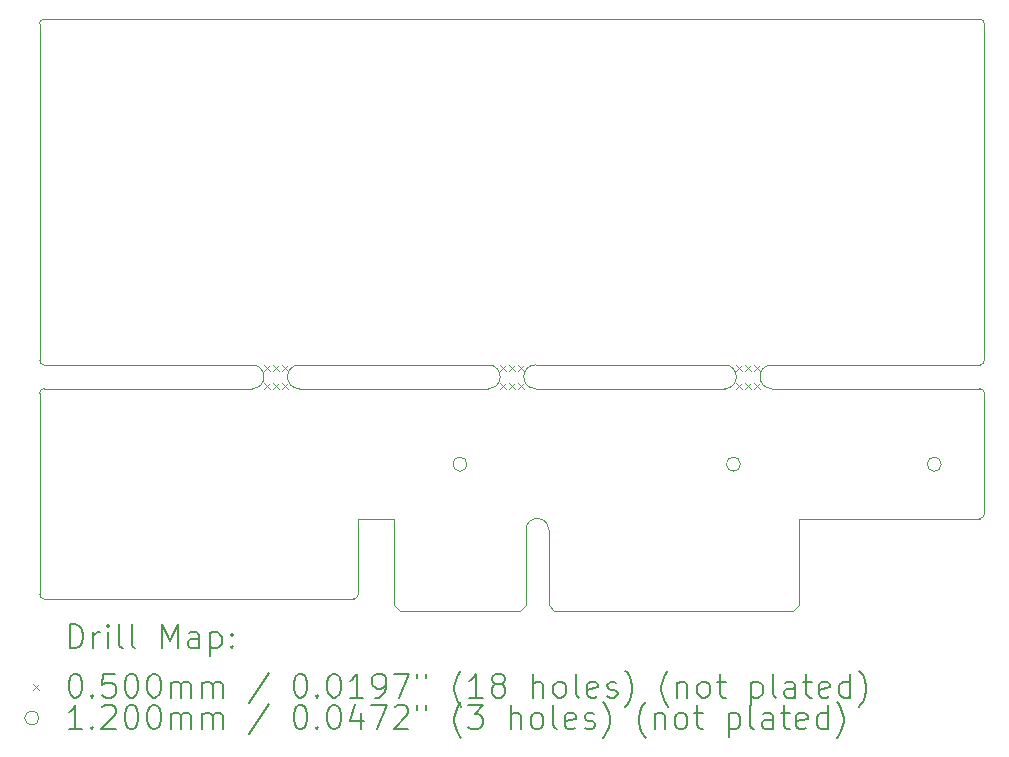
<source format=gbr>
%TF.GenerationSoftware,KiCad,Pcbnew,7.0.10*%
%TF.CreationDate,2024-02-13T00:03:24+00:00*%
%TF.ProjectId,WYSE_5070_Riser,57595345-5f35-4303-9730-5f5269736572,rev?*%
%TF.SameCoordinates,Original*%
%TF.FileFunction,Drillmap*%
%TF.FilePolarity,Positive*%
%FSLAX45Y45*%
G04 Gerber Fmt 4.5, Leading zero omitted, Abs format (unit mm)*
G04 Created by KiCad (PCBNEW 7.0.10) date 2024-02-13 00:03:24*
%MOMM*%
%LPD*%
G01*
G04 APERTURE LIST*
%ADD10C,0.100000*%
%ADD11C,0.200000*%
%ADD12C,0.120000*%
G04 APERTURE END LIST*
D10*
X14445000Y-4500000D02*
G75*
G03*
X14405000Y-4460000I-40000J0D01*
G01*
X14445000Y-4500000D02*
X14445000Y-5520000D01*
X6485000Y-4260000D02*
X8245000Y-4260000D01*
X6445000Y-6200000D02*
X6445000Y-4500000D01*
X12245000Y-4460000D02*
G75*
G03*
X12245000Y-4260000I0J100000D01*
G01*
X10645000Y-4460000D02*
X12245000Y-4460000D01*
X9145000Y-5560000D02*
X9145000Y-6200000D01*
X10645000Y-4260000D02*
X12245000Y-4260000D01*
X14405000Y-5560000D02*
G75*
G03*
X14445000Y-5520000I0J40000D01*
G01*
X12645000Y-4260000D02*
G75*
G03*
X12645000Y-4460000I0J-100000D01*
G01*
X12645000Y-4260000D02*
X14405000Y-4260000D01*
X14445000Y-1370000D02*
G75*
G03*
X14405000Y-1330000I-40000J0D01*
G01*
X6445000Y-6200000D02*
G75*
G03*
X6485000Y-6240000I40000J0D01*
G01*
X8245000Y-4460000D02*
G75*
G03*
X8245000Y-4260000I0J100000D01*
G01*
X6485000Y-1330000D02*
G75*
G03*
X6445000Y-1370000I0J-40000D01*
G01*
X14445000Y-4220000D02*
X14445000Y-1370000D01*
X6445000Y-4220000D02*
X6445000Y-1370000D01*
X8645000Y-4260000D02*
X10245000Y-4260000D01*
X12875000Y-5560000D02*
X14405000Y-5560000D01*
X12645000Y-4460000D02*
X14405000Y-4460000D01*
X14405000Y-4260000D02*
G75*
G03*
X14445000Y-4220000I0J40000D01*
G01*
X10245000Y-4460000D02*
G75*
G03*
X10245000Y-4260000I0J100000D01*
G01*
X8645000Y-4260000D02*
G75*
G03*
X8645000Y-4460000I0J-100000D01*
G01*
X6485000Y-4460000D02*
G75*
G03*
X6445000Y-4500000I0J-40000D01*
G01*
X9105000Y-6240000D02*
G75*
G03*
X9145000Y-6200000I0J40000D01*
G01*
X9445000Y-5560000D02*
X9145000Y-5560000D01*
X10645000Y-4260000D02*
G75*
G03*
X10645000Y-4460000I0J-100000D01*
G01*
X6485000Y-4460000D02*
X8245000Y-4460000D01*
X8645000Y-4460000D02*
X10245000Y-4460000D01*
X6445000Y-4220000D02*
G75*
G03*
X6485000Y-4260000I40000J0D01*
G01*
X9105000Y-6240000D02*
X6485000Y-6240000D01*
X14405000Y-1330000D02*
X6485000Y-1330000D01*
X9445000Y-5560000D02*
X9445000Y-6290000D01*
X9445000Y-6290000D02*
X9495000Y-6340000D01*
X9495000Y-6340000D02*
X10515000Y-6340000D01*
X10565000Y-5655000D02*
X10565000Y-6290000D01*
X10565000Y-6290000D02*
X10515000Y-6340000D01*
X10755000Y-5655000D02*
X10755000Y-6290000D01*
X10755000Y-6290000D02*
X10805000Y-6340000D01*
X10805000Y-6340000D02*
X12825000Y-6340000D01*
X12875000Y-5560000D02*
X12875000Y-6290000D01*
X12875000Y-6290000D02*
X12825000Y-6340000D01*
X10755000Y-5655000D02*
G75*
G03*
X10565000Y-5655000I-95000J0D01*
G01*
D11*
D10*
X8345000Y-4260000D02*
X8395000Y-4310000D01*
X8395000Y-4260000D02*
X8345000Y-4310000D01*
X8345000Y-4410000D02*
X8395000Y-4460000D01*
X8395000Y-4410000D02*
X8345000Y-4460000D01*
X8420000Y-4260000D02*
X8470000Y-4310000D01*
X8470000Y-4260000D02*
X8420000Y-4310000D01*
X8420000Y-4410000D02*
X8470000Y-4460000D01*
X8470000Y-4410000D02*
X8420000Y-4460000D01*
X8495000Y-4260000D02*
X8545000Y-4310000D01*
X8545000Y-4260000D02*
X8495000Y-4310000D01*
X8495000Y-4410000D02*
X8545000Y-4460000D01*
X8545000Y-4410000D02*
X8495000Y-4460000D01*
X10345000Y-4260000D02*
X10395000Y-4310000D01*
X10395000Y-4260000D02*
X10345000Y-4310000D01*
X10345000Y-4410000D02*
X10395000Y-4460000D01*
X10395000Y-4410000D02*
X10345000Y-4460000D01*
X10420000Y-4260000D02*
X10470000Y-4310000D01*
X10470000Y-4260000D02*
X10420000Y-4310000D01*
X10420000Y-4410000D02*
X10470000Y-4460000D01*
X10470000Y-4410000D02*
X10420000Y-4460000D01*
X10495000Y-4260000D02*
X10545000Y-4310000D01*
X10545000Y-4260000D02*
X10495000Y-4310000D01*
X10495000Y-4410000D02*
X10545000Y-4460000D01*
X10545000Y-4410000D02*
X10495000Y-4460000D01*
X12345000Y-4260000D02*
X12395000Y-4310000D01*
X12395000Y-4260000D02*
X12345000Y-4310000D01*
X12345000Y-4410000D02*
X12395000Y-4460000D01*
X12395000Y-4410000D02*
X12345000Y-4460000D01*
X12420000Y-4260000D02*
X12470000Y-4310000D01*
X12470000Y-4260000D02*
X12420000Y-4310000D01*
X12420000Y-4410000D02*
X12470000Y-4460000D01*
X12470000Y-4410000D02*
X12420000Y-4460000D01*
X12495000Y-4260000D02*
X12545000Y-4310000D01*
X12545000Y-4260000D02*
X12495000Y-4310000D01*
X12495000Y-4410000D02*
X12545000Y-4460000D01*
X12545000Y-4410000D02*
X12495000Y-4460000D01*
D12*
X10065000Y-5100000D02*
G75*
G03*
X9945000Y-5100000I-60000J0D01*
G01*
X9945000Y-5100000D02*
G75*
G03*
X10065000Y-5100000I60000J0D01*
G01*
X12380000Y-5100000D02*
G75*
G03*
X12260000Y-5100000I-60000J0D01*
G01*
X12260000Y-5100000D02*
G75*
G03*
X12380000Y-5100000I60000J0D01*
G01*
X14080000Y-5100000D02*
G75*
G03*
X13960000Y-5100000I-60000J0D01*
G01*
X13960000Y-5100000D02*
G75*
G03*
X14080000Y-5100000I60000J0D01*
G01*
D11*
X6700777Y-6656484D02*
X6700777Y-6456484D01*
X6700777Y-6456484D02*
X6748396Y-6456484D01*
X6748396Y-6456484D02*
X6776967Y-6466008D01*
X6776967Y-6466008D02*
X6796015Y-6485055D01*
X6796015Y-6485055D02*
X6805539Y-6504103D01*
X6805539Y-6504103D02*
X6815062Y-6542198D01*
X6815062Y-6542198D02*
X6815062Y-6570769D01*
X6815062Y-6570769D02*
X6805539Y-6608865D01*
X6805539Y-6608865D02*
X6796015Y-6627912D01*
X6796015Y-6627912D02*
X6776967Y-6646960D01*
X6776967Y-6646960D02*
X6748396Y-6656484D01*
X6748396Y-6656484D02*
X6700777Y-6656484D01*
X6900777Y-6656484D02*
X6900777Y-6523150D01*
X6900777Y-6561246D02*
X6910301Y-6542198D01*
X6910301Y-6542198D02*
X6919824Y-6532674D01*
X6919824Y-6532674D02*
X6938872Y-6523150D01*
X6938872Y-6523150D02*
X6957920Y-6523150D01*
X7024586Y-6656484D02*
X7024586Y-6523150D01*
X7024586Y-6456484D02*
X7015062Y-6466008D01*
X7015062Y-6466008D02*
X7024586Y-6475531D01*
X7024586Y-6475531D02*
X7034110Y-6466008D01*
X7034110Y-6466008D02*
X7024586Y-6456484D01*
X7024586Y-6456484D02*
X7024586Y-6475531D01*
X7148396Y-6656484D02*
X7129348Y-6646960D01*
X7129348Y-6646960D02*
X7119824Y-6627912D01*
X7119824Y-6627912D02*
X7119824Y-6456484D01*
X7253158Y-6656484D02*
X7234110Y-6646960D01*
X7234110Y-6646960D02*
X7224586Y-6627912D01*
X7224586Y-6627912D02*
X7224586Y-6456484D01*
X7481729Y-6656484D02*
X7481729Y-6456484D01*
X7481729Y-6456484D02*
X7548396Y-6599341D01*
X7548396Y-6599341D02*
X7615062Y-6456484D01*
X7615062Y-6456484D02*
X7615062Y-6656484D01*
X7796015Y-6656484D02*
X7796015Y-6551722D01*
X7796015Y-6551722D02*
X7786491Y-6532674D01*
X7786491Y-6532674D02*
X7767443Y-6523150D01*
X7767443Y-6523150D02*
X7729348Y-6523150D01*
X7729348Y-6523150D02*
X7710301Y-6532674D01*
X7796015Y-6646960D02*
X7776967Y-6656484D01*
X7776967Y-6656484D02*
X7729348Y-6656484D01*
X7729348Y-6656484D02*
X7710301Y-6646960D01*
X7710301Y-6646960D02*
X7700777Y-6627912D01*
X7700777Y-6627912D02*
X7700777Y-6608865D01*
X7700777Y-6608865D02*
X7710301Y-6589817D01*
X7710301Y-6589817D02*
X7729348Y-6580293D01*
X7729348Y-6580293D02*
X7776967Y-6580293D01*
X7776967Y-6580293D02*
X7796015Y-6570769D01*
X7891253Y-6523150D02*
X7891253Y-6723150D01*
X7891253Y-6532674D02*
X7910301Y-6523150D01*
X7910301Y-6523150D02*
X7948396Y-6523150D01*
X7948396Y-6523150D02*
X7967443Y-6532674D01*
X7967443Y-6532674D02*
X7976967Y-6542198D01*
X7976967Y-6542198D02*
X7986491Y-6561246D01*
X7986491Y-6561246D02*
X7986491Y-6618388D01*
X7986491Y-6618388D02*
X7976967Y-6637436D01*
X7976967Y-6637436D02*
X7967443Y-6646960D01*
X7967443Y-6646960D02*
X7948396Y-6656484D01*
X7948396Y-6656484D02*
X7910301Y-6656484D01*
X7910301Y-6656484D02*
X7891253Y-6646960D01*
X8072205Y-6637436D02*
X8081729Y-6646960D01*
X8081729Y-6646960D02*
X8072205Y-6656484D01*
X8072205Y-6656484D02*
X8062682Y-6646960D01*
X8062682Y-6646960D02*
X8072205Y-6637436D01*
X8072205Y-6637436D02*
X8072205Y-6656484D01*
X8072205Y-6532674D02*
X8081729Y-6542198D01*
X8081729Y-6542198D02*
X8072205Y-6551722D01*
X8072205Y-6551722D02*
X8062682Y-6542198D01*
X8062682Y-6542198D02*
X8072205Y-6532674D01*
X8072205Y-6532674D02*
X8072205Y-6551722D01*
D10*
X6390000Y-6960000D02*
X6440000Y-7010000D01*
X6440000Y-6960000D02*
X6390000Y-7010000D01*
D11*
X6738872Y-6876484D02*
X6757920Y-6876484D01*
X6757920Y-6876484D02*
X6776967Y-6886008D01*
X6776967Y-6886008D02*
X6786491Y-6895531D01*
X6786491Y-6895531D02*
X6796015Y-6914579D01*
X6796015Y-6914579D02*
X6805539Y-6952674D01*
X6805539Y-6952674D02*
X6805539Y-7000293D01*
X6805539Y-7000293D02*
X6796015Y-7038388D01*
X6796015Y-7038388D02*
X6786491Y-7057436D01*
X6786491Y-7057436D02*
X6776967Y-7066960D01*
X6776967Y-7066960D02*
X6757920Y-7076484D01*
X6757920Y-7076484D02*
X6738872Y-7076484D01*
X6738872Y-7076484D02*
X6719824Y-7066960D01*
X6719824Y-7066960D02*
X6710301Y-7057436D01*
X6710301Y-7057436D02*
X6700777Y-7038388D01*
X6700777Y-7038388D02*
X6691253Y-7000293D01*
X6691253Y-7000293D02*
X6691253Y-6952674D01*
X6691253Y-6952674D02*
X6700777Y-6914579D01*
X6700777Y-6914579D02*
X6710301Y-6895531D01*
X6710301Y-6895531D02*
X6719824Y-6886008D01*
X6719824Y-6886008D02*
X6738872Y-6876484D01*
X6891253Y-7057436D02*
X6900777Y-7066960D01*
X6900777Y-7066960D02*
X6891253Y-7076484D01*
X6891253Y-7076484D02*
X6881729Y-7066960D01*
X6881729Y-7066960D02*
X6891253Y-7057436D01*
X6891253Y-7057436D02*
X6891253Y-7076484D01*
X7081729Y-6876484D02*
X6986491Y-6876484D01*
X6986491Y-6876484D02*
X6976967Y-6971722D01*
X6976967Y-6971722D02*
X6986491Y-6962198D01*
X6986491Y-6962198D02*
X7005539Y-6952674D01*
X7005539Y-6952674D02*
X7053158Y-6952674D01*
X7053158Y-6952674D02*
X7072205Y-6962198D01*
X7072205Y-6962198D02*
X7081729Y-6971722D01*
X7081729Y-6971722D02*
X7091253Y-6990769D01*
X7091253Y-6990769D02*
X7091253Y-7038388D01*
X7091253Y-7038388D02*
X7081729Y-7057436D01*
X7081729Y-7057436D02*
X7072205Y-7066960D01*
X7072205Y-7066960D02*
X7053158Y-7076484D01*
X7053158Y-7076484D02*
X7005539Y-7076484D01*
X7005539Y-7076484D02*
X6986491Y-7066960D01*
X6986491Y-7066960D02*
X6976967Y-7057436D01*
X7215062Y-6876484D02*
X7234110Y-6876484D01*
X7234110Y-6876484D02*
X7253158Y-6886008D01*
X7253158Y-6886008D02*
X7262682Y-6895531D01*
X7262682Y-6895531D02*
X7272205Y-6914579D01*
X7272205Y-6914579D02*
X7281729Y-6952674D01*
X7281729Y-6952674D02*
X7281729Y-7000293D01*
X7281729Y-7000293D02*
X7272205Y-7038388D01*
X7272205Y-7038388D02*
X7262682Y-7057436D01*
X7262682Y-7057436D02*
X7253158Y-7066960D01*
X7253158Y-7066960D02*
X7234110Y-7076484D01*
X7234110Y-7076484D02*
X7215062Y-7076484D01*
X7215062Y-7076484D02*
X7196015Y-7066960D01*
X7196015Y-7066960D02*
X7186491Y-7057436D01*
X7186491Y-7057436D02*
X7176967Y-7038388D01*
X7176967Y-7038388D02*
X7167443Y-7000293D01*
X7167443Y-7000293D02*
X7167443Y-6952674D01*
X7167443Y-6952674D02*
X7176967Y-6914579D01*
X7176967Y-6914579D02*
X7186491Y-6895531D01*
X7186491Y-6895531D02*
X7196015Y-6886008D01*
X7196015Y-6886008D02*
X7215062Y-6876484D01*
X7405539Y-6876484D02*
X7424586Y-6876484D01*
X7424586Y-6876484D02*
X7443634Y-6886008D01*
X7443634Y-6886008D02*
X7453158Y-6895531D01*
X7453158Y-6895531D02*
X7462682Y-6914579D01*
X7462682Y-6914579D02*
X7472205Y-6952674D01*
X7472205Y-6952674D02*
X7472205Y-7000293D01*
X7472205Y-7000293D02*
X7462682Y-7038388D01*
X7462682Y-7038388D02*
X7453158Y-7057436D01*
X7453158Y-7057436D02*
X7443634Y-7066960D01*
X7443634Y-7066960D02*
X7424586Y-7076484D01*
X7424586Y-7076484D02*
X7405539Y-7076484D01*
X7405539Y-7076484D02*
X7386491Y-7066960D01*
X7386491Y-7066960D02*
X7376967Y-7057436D01*
X7376967Y-7057436D02*
X7367443Y-7038388D01*
X7367443Y-7038388D02*
X7357920Y-7000293D01*
X7357920Y-7000293D02*
X7357920Y-6952674D01*
X7357920Y-6952674D02*
X7367443Y-6914579D01*
X7367443Y-6914579D02*
X7376967Y-6895531D01*
X7376967Y-6895531D02*
X7386491Y-6886008D01*
X7386491Y-6886008D02*
X7405539Y-6876484D01*
X7557920Y-7076484D02*
X7557920Y-6943150D01*
X7557920Y-6962198D02*
X7567443Y-6952674D01*
X7567443Y-6952674D02*
X7586491Y-6943150D01*
X7586491Y-6943150D02*
X7615063Y-6943150D01*
X7615063Y-6943150D02*
X7634110Y-6952674D01*
X7634110Y-6952674D02*
X7643634Y-6971722D01*
X7643634Y-6971722D02*
X7643634Y-7076484D01*
X7643634Y-6971722D02*
X7653158Y-6952674D01*
X7653158Y-6952674D02*
X7672205Y-6943150D01*
X7672205Y-6943150D02*
X7700777Y-6943150D01*
X7700777Y-6943150D02*
X7719824Y-6952674D01*
X7719824Y-6952674D02*
X7729348Y-6971722D01*
X7729348Y-6971722D02*
X7729348Y-7076484D01*
X7824586Y-7076484D02*
X7824586Y-6943150D01*
X7824586Y-6962198D02*
X7834110Y-6952674D01*
X7834110Y-6952674D02*
X7853158Y-6943150D01*
X7853158Y-6943150D02*
X7881729Y-6943150D01*
X7881729Y-6943150D02*
X7900777Y-6952674D01*
X7900777Y-6952674D02*
X7910301Y-6971722D01*
X7910301Y-6971722D02*
X7910301Y-7076484D01*
X7910301Y-6971722D02*
X7919824Y-6952674D01*
X7919824Y-6952674D02*
X7938872Y-6943150D01*
X7938872Y-6943150D02*
X7967443Y-6943150D01*
X7967443Y-6943150D02*
X7986491Y-6952674D01*
X7986491Y-6952674D02*
X7996015Y-6971722D01*
X7996015Y-6971722D02*
X7996015Y-7076484D01*
X8386491Y-6866960D02*
X8215063Y-7124103D01*
X8643634Y-6876484D02*
X8662682Y-6876484D01*
X8662682Y-6876484D02*
X8681729Y-6886008D01*
X8681729Y-6886008D02*
X8691253Y-6895531D01*
X8691253Y-6895531D02*
X8700777Y-6914579D01*
X8700777Y-6914579D02*
X8710301Y-6952674D01*
X8710301Y-6952674D02*
X8710301Y-7000293D01*
X8710301Y-7000293D02*
X8700777Y-7038388D01*
X8700777Y-7038388D02*
X8691253Y-7057436D01*
X8691253Y-7057436D02*
X8681729Y-7066960D01*
X8681729Y-7066960D02*
X8662682Y-7076484D01*
X8662682Y-7076484D02*
X8643634Y-7076484D01*
X8643634Y-7076484D02*
X8624587Y-7066960D01*
X8624587Y-7066960D02*
X8615063Y-7057436D01*
X8615063Y-7057436D02*
X8605539Y-7038388D01*
X8605539Y-7038388D02*
X8596015Y-7000293D01*
X8596015Y-7000293D02*
X8596015Y-6952674D01*
X8596015Y-6952674D02*
X8605539Y-6914579D01*
X8605539Y-6914579D02*
X8615063Y-6895531D01*
X8615063Y-6895531D02*
X8624587Y-6886008D01*
X8624587Y-6886008D02*
X8643634Y-6876484D01*
X8796015Y-7057436D02*
X8805539Y-7066960D01*
X8805539Y-7066960D02*
X8796015Y-7076484D01*
X8796015Y-7076484D02*
X8786491Y-7066960D01*
X8786491Y-7066960D02*
X8796015Y-7057436D01*
X8796015Y-7057436D02*
X8796015Y-7076484D01*
X8929348Y-6876484D02*
X8948396Y-6876484D01*
X8948396Y-6876484D02*
X8967444Y-6886008D01*
X8967444Y-6886008D02*
X8976968Y-6895531D01*
X8976968Y-6895531D02*
X8986491Y-6914579D01*
X8986491Y-6914579D02*
X8996015Y-6952674D01*
X8996015Y-6952674D02*
X8996015Y-7000293D01*
X8996015Y-7000293D02*
X8986491Y-7038388D01*
X8986491Y-7038388D02*
X8976968Y-7057436D01*
X8976968Y-7057436D02*
X8967444Y-7066960D01*
X8967444Y-7066960D02*
X8948396Y-7076484D01*
X8948396Y-7076484D02*
X8929348Y-7076484D01*
X8929348Y-7076484D02*
X8910301Y-7066960D01*
X8910301Y-7066960D02*
X8900777Y-7057436D01*
X8900777Y-7057436D02*
X8891253Y-7038388D01*
X8891253Y-7038388D02*
X8881729Y-7000293D01*
X8881729Y-7000293D02*
X8881729Y-6952674D01*
X8881729Y-6952674D02*
X8891253Y-6914579D01*
X8891253Y-6914579D02*
X8900777Y-6895531D01*
X8900777Y-6895531D02*
X8910301Y-6886008D01*
X8910301Y-6886008D02*
X8929348Y-6876484D01*
X9186491Y-7076484D02*
X9072206Y-7076484D01*
X9129348Y-7076484D02*
X9129348Y-6876484D01*
X9129348Y-6876484D02*
X9110301Y-6905055D01*
X9110301Y-6905055D02*
X9091253Y-6924103D01*
X9091253Y-6924103D02*
X9072206Y-6933627D01*
X9281729Y-7076484D02*
X9319825Y-7076484D01*
X9319825Y-7076484D02*
X9338872Y-7066960D01*
X9338872Y-7066960D02*
X9348396Y-7057436D01*
X9348396Y-7057436D02*
X9367444Y-7028865D01*
X9367444Y-7028865D02*
X9376968Y-6990769D01*
X9376968Y-6990769D02*
X9376968Y-6914579D01*
X9376968Y-6914579D02*
X9367444Y-6895531D01*
X9367444Y-6895531D02*
X9357920Y-6886008D01*
X9357920Y-6886008D02*
X9338872Y-6876484D01*
X9338872Y-6876484D02*
X9300777Y-6876484D01*
X9300777Y-6876484D02*
X9281729Y-6886008D01*
X9281729Y-6886008D02*
X9272206Y-6895531D01*
X9272206Y-6895531D02*
X9262682Y-6914579D01*
X9262682Y-6914579D02*
X9262682Y-6962198D01*
X9262682Y-6962198D02*
X9272206Y-6981246D01*
X9272206Y-6981246D02*
X9281729Y-6990769D01*
X9281729Y-6990769D02*
X9300777Y-7000293D01*
X9300777Y-7000293D02*
X9338872Y-7000293D01*
X9338872Y-7000293D02*
X9357920Y-6990769D01*
X9357920Y-6990769D02*
X9367444Y-6981246D01*
X9367444Y-6981246D02*
X9376968Y-6962198D01*
X9443634Y-6876484D02*
X9576968Y-6876484D01*
X9576968Y-6876484D02*
X9491253Y-7076484D01*
X9643634Y-6876484D02*
X9643634Y-6914579D01*
X9719825Y-6876484D02*
X9719825Y-6914579D01*
X10015063Y-7152674D02*
X10005539Y-7143150D01*
X10005539Y-7143150D02*
X9986491Y-7114579D01*
X9986491Y-7114579D02*
X9976968Y-7095531D01*
X9976968Y-7095531D02*
X9967444Y-7066960D01*
X9967444Y-7066960D02*
X9957920Y-7019341D01*
X9957920Y-7019341D02*
X9957920Y-6981246D01*
X9957920Y-6981246D02*
X9967444Y-6933627D01*
X9967444Y-6933627D02*
X9976968Y-6905055D01*
X9976968Y-6905055D02*
X9986491Y-6886008D01*
X9986491Y-6886008D02*
X10005539Y-6857436D01*
X10005539Y-6857436D02*
X10015063Y-6847912D01*
X10196015Y-7076484D02*
X10081730Y-7076484D01*
X10138872Y-7076484D02*
X10138872Y-6876484D01*
X10138872Y-6876484D02*
X10119825Y-6905055D01*
X10119825Y-6905055D02*
X10100777Y-6924103D01*
X10100777Y-6924103D02*
X10081730Y-6933627D01*
X10310301Y-6962198D02*
X10291253Y-6952674D01*
X10291253Y-6952674D02*
X10281730Y-6943150D01*
X10281730Y-6943150D02*
X10272206Y-6924103D01*
X10272206Y-6924103D02*
X10272206Y-6914579D01*
X10272206Y-6914579D02*
X10281730Y-6895531D01*
X10281730Y-6895531D02*
X10291253Y-6886008D01*
X10291253Y-6886008D02*
X10310301Y-6876484D01*
X10310301Y-6876484D02*
X10348396Y-6876484D01*
X10348396Y-6876484D02*
X10367444Y-6886008D01*
X10367444Y-6886008D02*
X10376968Y-6895531D01*
X10376968Y-6895531D02*
X10386491Y-6914579D01*
X10386491Y-6914579D02*
X10386491Y-6924103D01*
X10386491Y-6924103D02*
X10376968Y-6943150D01*
X10376968Y-6943150D02*
X10367444Y-6952674D01*
X10367444Y-6952674D02*
X10348396Y-6962198D01*
X10348396Y-6962198D02*
X10310301Y-6962198D01*
X10310301Y-6962198D02*
X10291253Y-6971722D01*
X10291253Y-6971722D02*
X10281730Y-6981246D01*
X10281730Y-6981246D02*
X10272206Y-7000293D01*
X10272206Y-7000293D02*
X10272206Y-7038388D01*
X10272206Y-7038388D02*
X10281730Y-7057436D01*
X10281730Y-7057436D02*
X10291253Y-7066960D01*
X10291253Y-7066960D02*
X10310301Y-7076484D01*
X10310301Y-7076484D02*
X10348396Y-7076484D01*
X10348396Y-7076484D02*
X10367444Y-7066960D01*
X10367444Y-7066960D02*
X10376968Y-7057436D01*
X10376968Y-7057436D02*
X10386491Y-7038388D01*
X10386491Y-7038388D02*
X10386491Y-7000293D01*
X10386491Y-7000293D02*
X10376968Y-6981246D01*
X10376968Y-6981246D02*
X10367444Y-6971722D01*
X10367444Y-6971722D02*
X10348396Y-6962198D01*
X10624587Y-7076484D02*
X10624587Y-6876484D01*
X10710301Y-7076484D02*
X10710301Y-6971722D01*
X10710301Y-6971722D02*
X10700777Y-6952674D01*
X10700777Y-6952674D02*
X10681730Y-6943150D01*
X10681730Y-6943150D02*
X10653158Y-6943150D01*
X10653158Y-6943150D02*
X10634111Y-6952674D01*
X10634111Y-6952674D02*
X10624587Y-6962198D01*
X10834111Y-7076484D02*
X10815063Y-7066960D01*
X10815063Y-7066960D02*
X10805539Y-7057436D01*
X10805539Y-7057436D02*
X10796015Y-7038388D01*
X10796015Y-7038388D02*
X10796015Y-6981246D01*
X10796015Y-6981246D02*
X10805539Y-6962198D01*
X10805539Y-6962198D02*
X10815063Y-6952674D01*
X10815063Y-6952674D02*
X10834111Y-6943150D01*
X10834111Y-6943150D02*
X10862682Y-6943150D01*
X10862682Y-6943150D02*
X10881730Y-6952674D01*
X10881730Y-6952674D02*
X10891253Y-6962198D01*
X10891253Y-6962198D02*
X10900777Y-6981246D01*
X10900777Y-6981246D02*
X10900777Y-7038388D01*
X10900777Y-7038388D02*
X10891253Y-7057436D01*
X10891253Y-7057436D02*
X10881730Y-7066960D01*
X10881730Y-7066960D02*
X10862682Y-7076484D01*
X10862682Y-7076484D02*
X10834111Y-7076484D01*
X11015063Y-7076484D02*
X10996015Y-7066960D01*
X10996015Y-7066960D02*
X10986492Y-7047912D01*
X10986492Y-7047912D02*
X10986492Y-6876484D01*
X11167444Y-7066960D02*
X11148396Y-7076484D01*
X11148396Y-7076484D02*
X11110301Y-7076484D01*
X11110301Y-7076484D02*
X11091253Y-7066960D01*
X11091253Y-7066960D02*
X11081730Y-7047912D01*
X11081730Y-7047912D02*
X11081730Y-6971722D01*
X11081730Y-6971722D02*
X11091253Y-6952674D01*
X11091253Y-6952674D02*
X11110301Y-6943150D01*
X11110301Y-6943150D02*
X11148396Y-6943150D01*
X11148396Y-6943150D02*
X11167444Y-6952674D01*
X11167444Y-6952674D02*
X11176968Y-6971722D01*
X11176968Y-6971722D02*
X11176968Y-6990769D01*
X11176968Y-6990769D02*
X11081730Y-7009817D01*
X11253158Y-7066960D02*
X11272206Y-7076484D01*
X11272206Y-7076484D02*
X11310301Y-7076484D01*
X11310301Y-7076484D02*
X11329349Y-7066960D01*
X11329349Y-7066960D02*
X11338872Y-7047912D01*
X11338872Y-7047912D02*
X11338872Y-7038388D01*
X11338872Y-7038388D02*
X11329349Y-7019341D01*
X11329349Y-7019341D02*
X11310301Y-7009817D01*
X11310301Y-7009817D02*
X11281730Y-7009817D01*
X11281730Y-7009817D02*
X11262682Y-7000293D01*
X11262682Y-7000293D02*
X11253158Y-6981246D01*
X11253158Y-6981246D02*
X11253158Y-6971722D01*
X11253158Y-6971722D02*
X11262682Y-6952674D01*
X11262682Y-6952674D02*
X11281730Y-6943150D01*
X11281730Y-6943150D02*
X11310301Y-6943150D01*
X11310301Y-6943150D02*
X11329349Y-6952674D01*
X11405539Y-7152674D02*
X11415063Y-7143150D01*
X11415063Y-7143150D02*
X11434111Y-7114579D01*
X11434111Y-7114579D02*
X11443634Y-7095531D01*
X11443634Y-7095531D02*
X11453158Y-7066960D01*
X11453158Y-7066960D02*
X11462682Y-7019341D01*
X11462682Y-7019341D02*
X11462682Y-6981246D01*
X11462682Y-6981246D02*
X11453158Y-6933627D01*
X11453158Y-6933627D02*
X11443634Y-6905055D01*
X11443634Y-6905055D02*
X11434111Y-6886008D01*
X11434111Y-6886008D02*
X11415063Y-6857436D01*
X11415063Y-6857436D02*
X11405539Y-6847912D01*
X11767444Y-7152674D02*
X11757920Y-7143150D01*
X11757920Y-7143150D02*
X11738872Y-7114579D01*
X11738872Y-7114579D02*
X11729349Y-7095531D01*
X11729349Y-7095531D02*
X11719825Y-7066960D01*
X11719825Y-7066960D02*
X11710301Y-7019341D01*
X11710301Y-7019341D02*
X11710301Y-6981246D01*
X11710301Y-6981246D02*
X11719825Y-6933627D01*
X11719825Y-6933627D02*
X11729349Y-6905055D01*
X11729349Y-6905055D02*
X11738872Y-6886008D01*
X11738872Y-6886008D02*
X11757920Y-6857436D01*
X11757920Y-6857436D02*
X11767444Y-6847912D01*
X11843634Y-6943150D02*
X11843634Y-7076484D01*
X11843634Y-6962198D02*
X11853158Y-6952674D01*
X11853158Y-6952674D02*
X11872206Y-6943150D01*
X11872206Y-6943150D02*
X11900777Y-6943150D01*
X11900777Y-6943150D02*
X11919825Y-6952674D01*
X11919825Y-6952674D02*
X11929349Y-6971722D01*
X11929349Y-6971722D02*
X11929349Y-7076484D01*
X12053158Y-7076484D02*
X12034111Y-7066960D01*
X12034111Y-7066960D02*
X12024587Y-7057436D01*
X12024587Y-7057436D02*
X12015063Y-7038388D01*
X12015063Y-7038388D02*
X12015063Y-6981246D01*
X12015063Y-6981246D02*
X12024587Y-6962198D01*
X12024587Y-6962198D02*
X12034111Y-6952674D01*
X12034111Y-6952674D02*
X12053158Y-6943150D01*
X12053158Y-6943150D02*
X12081730Y-6943150D01*
X12081730Y-6943150D02*
X12100777Y-6952674D01*
X12100777Y-6952674D02*
X12110301Y-6962198D01*
X12110301Y-6962198D02*
X12119825Y-6981246D01*
X12119825Y-6981246D02*
X12119825Y-7038388D01*
X12119825Y-7038388D02*
X12110301Y-7057436D01*
X12110301Y-7057436D02*
X12100777Y-7066960D01*
X12100777Y-7066960D02*
X12081730Y-7076484D01*
X12081730Y-7076484D02*
X12053158Y-7076484D01*
X12176968Y-6943150D02*
X12253158Y-6943150D01*
X12205539Y-6876484D02*
X12205539Y-7047912D01*
X12205539Y-7047912D02*
X12215063Y-7066960D01*
X12215063Y-7066960D02*
X12234111Y-7076484D01*
X12234111Y-7076484D02*
X12253158Y-7076484D01*
X12472206Y-6943150D02*
X12472206Y-7143150D01*
X12472206Y-6952674D02*
X12491253Y-6943150D01*
X12491253Y-6943150D02*
X12529349Y-6943150D01*
X12529349Y-6943150D02*
X12548396Y-6952674D01*
X12548396Y-6952674D02*
X12557920Y-6962198D01*
X12557920Y-6962198D02*
X12567444Y-6981246D01*
X12567444Y-6981246D02*
X12567444Y-7038388D01*
X12567444Y-7038388D02*
X12557920Y-7057436D01*
X12557920Y-7057436D02*
X12548396Y-7066960D01*
X12548396Y-7066960D02*
X12529349Y-7076484D01*
X12529349Y-7076484D02*
X12491253Y-7076484D01*
X12491253Y-7076484D02*
X12472206Y-7066960D01*
X12681730Y-7076484D02*
X12662682Y-7066960D01*
X12662682Y-7066960D02*
X12653158Y-7047912D01*
X12653158Y-7047912D02*
X12653158Y-6876484D01*
X12843634Y-7076484D02*
X12843634Y-6971722D01*
X12843634Y-6971722D02*
X12834111Y-6952674D01*
X12834111Y-6952674D02*
X12815063Y-6943150D01*
X12815063Y-6943150D02*
X12776968Y-6943150D01*
X12776968Y-6943150D02*
X12757920Y-6952674D01*
X12843634Y-7066960D02*
X12824587Y-7076484D01*
X12824587Y-7076484D02*
X12776968Y-7076484D01*
X12776968Y-7076484D02*
X12757920Y-7066960D01*
X12757920Y-7066960D02*
X12748396Y-7047912D01*
X12748396Y-7047912D02*
X12748396Y-7028865D01*
X12748396Y-7028865D02*
X12757920Y-7009817D01*
X12757920Y-7009817D02*
X12776968Y-7000293D01*
X12776968Y-7000293D02*
X12824587Y-7000293D01*
X12824587Y-7000293D02*
X12843634Y-6990769D01*
X12910301Y-6943150D02*
X12986492Y-6943150D01*
X12938873Y-6876484D02*
X12938873Y-7047912D01*
X12938873Y-7047912D02*
X12948396Y-7066960D01*
X12948396Y-7066960D02*
X12967444Y-7076484D01*
X12967444Y-7076484D02*
X12986492Y-7076484D01*
X13129349Y-7066960D02*
X13110301Y-7076484D01*
X13110301Y-7076484D02*
X13072206Y-7076484D01*
X13072206Y-7076484D02*
X13053158Y-7066960D01*
X13053158Y-7066960D02*
X13043634Y-7047912D01*
X13043634Y-7047912D02*
X13043634Y-6971722D01*
X13043634Y-6971722D02*
X13053158Y-6952674D01*
X13053158Y-6952674D02*
X13072206Y-6943150D01*
X13072206Y-6943150D02*
X13110301Y-6943150D01*
X13110301Y-6943150D02*
X13129349Y-6952674D01*
X13129349Y-6952674D02*
X13138873Y-6971722D01*
X13138873Y-6971722D02*
X13138873Y-6990769D01*
X13138873Y-6990769D02*
X13043634Y-7009817D01*
X13310301Y-7076484D02*
X13310301Y-6876484D01*
X13310301Y-7066960D02*
X13291254Y-7076484D01*
X13291254Y-7076484D02*
X13253158Y-7076484D01*
X13253158Y-7076484D02*
X13234111Y-7066960D01*
X13234111Y-7066960D02*
X13224587Y-7057436D01*
X13224587Y-7057436D02*
X13215063Y-7038388D01*
X13215063Y-7038388D02*
X13215063Y-6981246D01*
X13215063Y-6981246D02*
X13224587Y-6962198D01*
X13224587Y-6962198D02*
X13234111Y-6952674D01*
X13234111Y-6952674D02*
X13253158Y-6943150D01*
X13253158Y-6943150D02*
X13291254Y-6943150D01*
X13291254Y-6943150D02*
X13310301Y-6952674D01*
X13386492Y-7152674D02*
X13396015Y-7143150D01*
X13396015Y-7143150D02*
X13415063Y-7114579D01*
X13415063Y-7114579D02*
X13424587Y-7095531D01*
X13424587Y-7095531D02*
X13434111Y-7066960D01*
X13434111Y-7066960D02*
X13443634Y-7019341D01*
X13443634Y-7019341D02*
X13443634Y-6981246D01*
X13443634Y-6981246D02*
X13434111Y-6933627D01*
X13434111Y-6933627D02*
X13424587Y-6905055D01*
X13424587Y-6905055D02*
X13415063Y-6886008D01*
X13415063Y-6886008D02*
X13396015Y-6857436D01*
X13396015Y-6857436D02*
X13386492Y-6847912D01*
D12*
X6440000Y-7249000D02*
G75*
G03*
X6320000Y-7249000I-60000J0D01*
G01*
X6320000Y-7249000D02*
G75*
G03*
X6440000Y-7249000I60000J0D01*
G01*
D11*
X6805539Y-7340484D02*
X6691253Y-7340484D01*
X6748396Y-7340484D02*
X6748396Y-7140484D01*
X6748396Y-7140484D02*
X6729348Y-7169055D01*
X6729348Y-7169055D02*
X6710301Y-7188103D01*
X6710301Y-7188103D02*
X6691253Y-7197627D01*
X6891253Y-7321436D02*
X6900777Y-7330960D01*
X6900777Y-7330960D02*
X6891253Y-7340484D01*
X6891253Y-7340484D02*
X6881729Y-7330960D01*
X6881729Y-7330960D02*
X6891253Y-7321436D01*
X6891253Y-7321436D02*
X6891253Y-7340484D01*
X6976967Y-7159531D02*
X6986491Y-7150008D01*
X6986491Y-7150008D02*
X7005539Y-7140484D01*
X7005539Y-7140484D02*
X7053158Y-7140484D01*
X7053158Y-7140484D02*
X7072205Y-7150008D01*
X7072205Y-7150008D02*
X7081729Y-7159531D01*
X7081729Y-7159531D02*
X7091253Y-7178579D01*
X7091253Y-7178579D02*
X7091253Y-7197627D01*
X7091253Y-7197627D02*
X7081729Y-7226198D01*
X7081729Y-7226198D02*
X6967443Y-7340484D01*
X6967443Y-7340484D02*
X7091253Y-7340484D01*
X7215062Y-7140484D02*
X7234110Y-7140484D01*
X7234110Y-7140484D02*
X7253158Y-7150008D01*
X7253158Y-7150008D02*
X7262682Y-7159531D01*
X7262682Y-7159531D02*
X7272205Y-7178579D01*
X7272205Y-7178579D02*
X7281729Y-7216674D01*
X7281729Y-7216674D02*
X7281729Y-7264293D01*
X7281729Y-7264293D02*
X7272205Y-7302388D01*
X7272205Y-7302388D02*
X7262682Y-7321436D01*
X7262682Y-7321436D02*
X7253158Y-7330960D01*
X7253158Y-7330960D02*
X7234110Y-7340484D01*
X7234110Y-7340484D02*
X7215062Y-7340484D01*
X7215062Y-7340484D02*
X7196015Y-7330960D01*
X7196015Y-7330960D02*
X7186491Y-7321436D01*
X7186491Y-7321436D02*
X7176967Y-7302388D01*
X7176967Y-7302388D02*
X7167443Y-7264293D01*
X7167443Y-7264293D02*
X7167443Y-7216674D01*
X7167443Y-7216674D02*
X7176967Y-7178579D01*
X7176967Y-7178579D02*
X7186491Y-7159531D01*
X7186491Y-7159531D02*
X7196015Y-7150008D01*
X7196015Y-7150008D02*
X7215062Y-7140484D01*
X7405539Y-7140484D02*
X7424586Y-7140484D01*
X7424586Y-7140484D02*
X7443634Y-7150008D01*
X7443634Y-7150008D02*
X7453158Y-7159531D01*
X7453158Y-7159531D02*
X7462682Y-7178579D01*
X7462682Y-7178579D02*
X7472205Y-7216674D01*
X7472205Y-7216674D02*
X7472205Y-7264293D01*
X7472205Y-7264293D02*
X7462682Y-7302388D01*
X7462682Y-7302388D02*
X7453158Y-7321436D01*
X7453158Y-7321436D02*
X7443634Y-7330960D01*
X7443634Y-7330960D02*
X7424586Y-7340484D01*
X7424586Y-7340484D02*
X7405539Y-7340484D01*
X7405539Y-7340484D02*
X7386491Y-7330960D01*
X7386491Y-7330960D02*
X7376967Y-7321436D01*
X7376967Y-7321436D02*
X7367443Y-7302388D01*
X7367443Y-7302388D02*
X7357920Y-7264293D01*
X7357920Y-7264293D02*
X7357920Y-7216674D01*
X7357920Y-7216674D02*
X7367443Y-7178579D01*
X7367443Y-7178579D02*
X7376967Y-7159531D01*
X7376967Y-7159531D02*
X7386491Y-7150008D01*
X7386491Y-7150008D02*
X7405539Y-7140484D01*
X7557920Y-7340484D02*
X7557920Y-7207150D01*
X7557920Y-7226198D02*
X7567443Y-7216674D01*
X7567443Y-7216674D02*
X7586491Y-7207150D01*
X7586491Y-7207150D02*
X7615063Y-7207150D01*
X7615063Y-7207150D02*
X7634110Y-7216674D01*
X7634110Y-7216674D02*
X7643634Y-7235722D01*
X7643634Y-7235722D02*
X7643634Y-7340484D01*
X7643634Y-7235722D02*
X7653158Y-7216674D01*
X7653158Y-7216674D02*
X7672205Y-7207150D01*
X7672205Y-7207150D02*
X7700777Y-7207150D01*
X7700777Y-7207150D02*
X7719824Y-7216674D01*
X7719824Y-7216674D02*
X7729348Y-7235722D01*
X7729348Y-7235722D02*
X7729348Y-7340484D01*
X7824586Y-7340484D02*
X7824586Y-7207150D01*
X7824586Y-7226198D02*
X7834110Y-7216674D01*
X7834110Y-7216674D02*
X7853158Y-7207150D01*
X7853158Y-7207150D02*
X7881729Y-7207150D01*
X7881729Y-7207150D02*
X7900777Y-7216674D01*
X7900777Y-7216674D02*
X7910301Y-7235722D01*
X7910301Y-7235722D02*
X7910301Y-7340484D01*
X7910301Y-7235722D02*
X7919824Y-7216674D01*
X7919824Y-7216674D02*
X7938872Y-7207150D01*
X7938872Y-7207150D02*
X7967443Y-7207150D01*
X7967443Y-7207150D02*
X7986491Y-7216674D01*
X7986491Y-7216674D02*
X7996015Y-7235722D01*
X7996015Y-7235722D02*
X7996015Y-7340484D01*
X8386491Y-7130960D02*
X8215063Y-7388103D01*
X8643634Y-7140484D02*
X8662682Y-7140484D01*
X8662682Y-7140484D02*
X8681729Y-7150008D01*
X8681729Y-7150008D02*
X8691253Y-7159531D01*
X8691253Y-7159531D02*
X8700777Y-7178579D01*
X8700777Y-7178579D02*
X8710301Y-7216674D01*
X8710301Y-7216674D02*
X8710301Y-7264293D01*
X8710301Y-7264293D02*
X8700777Y-7302388D01*
X8700777Y-7302388D02*
X8691253Y-7321436D01*
X8691253Y-7321436D02*
X8681729Y-7330960D01*
X8681729Y-7330960D02*
X8662682Y-7340484D01*
X8662682Y-7340484D02*
X8643634Y-7340484D01*
X8643634Y-7340484D02*
X8624587Y-7330960D01*
X8624587Y-7330960D02*
X8615063Y-7321436D01*
X8615063Y-7321436D02*
X8605539Y-7302388D01*
X8605539Y-7302388D02*
X8596015Y-7264293D01*
X8596015Y-7264293D02*
X8596015Y-7216674D01*
X8596015Y-7216674D02*
X8605539Y-7178579D01*
X8605539Y-7178579D02*
X8615063Y-7159531D01*
X8615063Y-7159531D02*
X8624587Y-7150008D01*
X8624587Y-7150008D02*
X8643634Y-7140484D01*
X8796015Y-7321436D02*
X8805539Y-7330960D01*
X8805539Y-7330960D02*
X8796015Y-7340484D01*
X8796015Y-7340484D02*
X8786491Y-7330960D01*
X8786491Y-7330960D02*
X8796015Y-7321436D01*
X8796015Y-7321436D02*
X8796015Y-7340484D01*
X8929348Y-7140484D02*
X8948396Y-7140484D01*
X8948396Y-7140484D02*
X8967444Y-7150008D01*
X8967444Y-7150008D02*
X8976968Y-7159531D01*
X8976968Y-7159531D02*
X8986491Y-7178579D01*
X8986491Y-7178579D02*
X8996015Y-7216674D01*
X8996015Y-7216674D02*
X8996015Y-7264293D01*
X8996015Y-7264293D02*
X8986491Y-7302388D01*
X8986491Y-7302388D02*
X8976968Y-7321436D01*
X8976968Y-7321436D02*
X8967444Y-7330960D01*
X8967444Y-7330960D02*
X8948396Y-7340484D01*
X8948396Y-7340484D02*
X8929348Y-7340484D01*
X8929348Y-7340484D02*
X8910301Y-7330960D01*
X8910301Y-7330960D02*
X8900777Y-7321436D01*
X8900777Y-7321436D02*
X8891253Y-7302388D01*
X8891253Y-7302388D02*
X8881729Y-7264293D01*
X8881729Y-7264293D02*
X8881729Y-7216674D01*
X8881729Y-7216674D02*
X8891253Y-7178579D01*
X8891253Y-7178579D02*
X8900777Y-7159531D01*
X8900777Y-7159531D02*
X8910301Y-7150008D01*
X8910301Y-7150008D02*
X8929348Y-7140484D01*
X9167444Y-7207150D02*
X9167444Y-7340484D01*
X9119825Y-7130960D02*
X9072206Y-7273817D01*
X9072206Y-7273817D02*
X9196015Y-7273817D01*
X9253158Y-7140484D02*
X9386491Y-7140484D01*
X9386491Y-7140484D02*
X9300777Y-7340484D01*
X9453158Y-7159531D02*
X9462682Y-7150008D01*
X9462682Y-7150008D02*
X9481729Y-7140484D01*
X9481729Y-7140484D02*
X9529349Y-7140484D01*
X9529349Y-7140484D02*
X9548396Y-7150008D01*
X9548396Y-7150008D02*
X9557920Y-7159531D01*
X9557920Y-7159531D02*
X9567444Y-7178579D01*
X9567444Y-7178579D02*
X9567444Y-7197627D01*
X9567444Y-7197627D02*
X9557920Y-7226198D01*
X9557920Y-7226198D02*
X9443634Y-7340484D01*
X9443634Y-7340484D02*
X9567444Y-7340484D01*
X9643634Y-7140484D02*
X9643634Y-7178579D01*
X9719825Y-7140484D02*
X9719825Y-7178579D01*
X10015063Y-7416674D02*
X10005539Y-7407150D01*
X10005539Y-7407150D02*
X9986491Y-7378579D01*
X9986491Y-7378579D02*
X9976968Y-7359531D01*
X9976968Y-7359531D02*
X9967444Y-7330960D01*
X9967444Y-7330960D02*
X9957920Y-7283341D01*
X9957920Y-7283341D02*
X9957920Y-7245246D01*
X9957920Y-7245246D02*
X9967444Y-7197627D01*
X9967444Y-7197627D02*
X9976968Y-7169055D01*
X9976968Y-7169055D02*
X9986491Y-7150008D01*
X9986491Y-7150008D02*
X10005539Y-7121436D01*
X10005539Y-7121436D02*
X10015063Y-7111912D01*
X10072206Y-7140484D02*
X10196015Y-7140484D01*
X10196015Y-7140484D02*
X10129349Y-7216674D01*
X10129349Y-7216674D02*
X10157920Y-7216674D01*
X10157920Y-7216674D02*
X10176968Y-7226198D01*
X10176968Y-7226198D02*
X10186491Y-7235722D01*
X10186491Y-7235722D02*
X10196015Y-7254769D01*
X10196015Y-7254769D02*
X10196015Y-7302388D01*
X10196015Y-7302388D02*
X10186491Y-7321436D01*
X10186491Y-7321436D02*
X10176968Y-7330960D01*
X10176968Y-7330960D02*
X10157920Y-7340484D01*
X10157920Y-7340484D02*
X10100777Y-7340484D01*
X10100777Y-7340484D02*
X10081730Y-7330960D01*
X10081730Y-7330960D02*
X10072206Y-7321436D01*
X10434111Y-7340484D02*
X10434111Y-7140484D01*
X10519825Y-7340484D02*
X10519825Y-7235722D01*
X10519825Y-7235722D02*
X10510301Y-7216674D01*
X10510301Y-7216674D02*
X10491253Y-7207150D01*
X10491253Y-7207150D02*
X10462682Y-7207150D01*
X10462682Y-7207150D02*
X10443634Y-7216674D01*
X10443634Y-7216674D02*
X10434111Y-7226198D01*
X10643634Y-7340484D02*
X10624587Y-7330960D01*
X10624587Y-7330960D02*
X10615063Y-7321436D01*
X10615063Y-7321436D02*
X10605539Y-7302388D01*
X10605539Y-7302388D02*
X10605539Y-7245246D01*
X10605539Y-7245246D02*
X10615063Y-7226198D01*
X10615063Y-7226198D02*
X10624587Y-7216674D01*
X10624587Y-7216674D02*
X10643634Y-7207150D01*
X10643634Y-7207150D02*
X10672206Y-7207150D01*
X10672206Y-7207150D02*
X10691253Y-7216674D01*
X10691253Y-7216674D02*
X10700777Y-7226198D01*
X10700777Y-7226198D02*
X10710301Y-7245246D01*
X10710301Y-7245246D02*
X10710301Y-7302388D01*
X10710301Y-7302388D02*
X10700777Y-7321436D01*
X10700777Y-7321436D02*
X10691253Y-7330960D01*
X10691253Y-7330960D02*
X10672206Y-7340484D01*
X10672206Y-7340484D02*
X10643634Y-7340484D01*
X10824587Y-7340484D02*
X10805539Y-7330960D01*
X10805539Y-7330960D02*
X10796015Y-7311912D01*
X10796015Y-7311912D02*
X10796015Y-7140484D01*
X10976968Y-7330960D02*
X10957920Y-7340484D01*
X10957920Y-7340484D02*
X10919825Y-7340484D01*
X10919825Y-7340484D02*
X10900777Y-7330960D01*
X10900777Y-7330960D02*
X10891253Y-7311912D01*
X10891253Y-7311912D02*
X10891253Y-7235722D01*
X10891253Y-7235722D02*
X10900777Y-7216674D01*
X10900777Y-7216674D02*
X10919825Y-7207150D01*
X10919825Y-7207150D02*
X10957920Y-7207150D01*
X10957920Y-7207150D02*
X10976968Y-7216674D01*
X10976968Y-7216674D02*
X10986492Y-7235722D01*
X10986492Y-7235722D02*
X10986492Y-7254769D01*
X10986492Y-7254769D02*
X10891253Y-7273817D01*
X11062682Y-7330960D02*
X11081730Y-7340484D01*
X11081730Y-7340484D02*
X11119825Y-7340484D01*
X11119825Y-7340484D02*
X11138873Y-7330960D01*
X11138873Y-7330960D02*
X11148396Y-7311912D01*
X11148396Y-7311912D02*
X11148396Y-7302388D01*
X11148396Y-7302388D02*
X11138873Y-7283341D01*
X11138873Y-7283341D02*
X11119825Y-7273817D01*
X11119825Y-7273817D02*
X11091253Y-7273817D01*
X11091253Y-7273817D02*
X11072206Y-7264293D01*
X11072206Y-7264293D02*
X11062682Y-7245246D01*
X11062682Y-7245246D02*
X11062682Y-7235722D01*
X11062682Y-7235722D02*
X11072206Y-7216674D01*
X11072206Y-7216674D02*
X11091253Y-7207150D01*
X11091253Y-7207150D02*
X11119825Y-7207150D01*
X11119825Y-7207150D02*
X11138873Y-7216674D01*
X11215063Y-7416674D02*
X11224587Y-7407150D01*
X11224587Y-7407150D02*
X11243634Y-7378579D01*
X11243634Y-7378579D02*
X11253158Y-7359531D01*
X11253158Y-7359531D02*
X11262682Y-7330960D01*
X11262682Y-7330960D02*
X11272206Y-7283341D01*
X11272206Y-7283341D02*
X11272206Y-7245246D01*
X11272206Y-7245246D02*
X11262682Y-7197627D01*
X11262682Y-7197627D02*
X11253158Y-7169055D01*
X11253158Y-7169055D02*
X11243634Y-7150008D01*
X11243634Y-7150008D02*
X11224587Y-7121436D01*
X11224587Y-7121436D02*
X11215063Y-7111912D01*
X11576968Y-7416674D02*
X11567444Y-7407150D01*
X11567444Y-7407150D02*
X11548396Y-7378579D01*
X11548396Y-7378579D02*
X11538872Y-7359531D01*
X11538872Y-7359531D02*
X11529349Y-7330960D01*
X11529349Y-7330960D02*
X11519825Y-7283341D01*
X11519825Y-7283341D02*
X11519825Y-7245246D01*
X11519825Y-7245246D02*
X11529349Y-7197627D01*
X11529349Y-7197627D02*
X11538872Y-7169055D01*
X11538872Y-7169055D02*
X11548396Y-7150008D01*
X11548396Y-7150008D02*
X11567444Y-7121436D01*
X11567444Y-7121436D02*
X11576968Y-7111912D01*
X11653158Y-7207150D02*
X11653158Y-7340484D01*
X11653158Y-7226198D02*
X11662682Y-7216674D01*
X11662682Y-7216674D02*
X11681730Y-7207150D01*
X11681730Y-7207150D02*
X11710301Y-7207150D01*
X11710301Y-7207150D02*
X11729349Y-7216674D01*
X11729349Y-7216674D02*
X11738872Y-7235722D01*
X11738872Y-7235722D02*
X11738872Y-7340484D01*
X11862682Y-7340484D02*
X11843634Y-7330960D01*
X11843634Y-7330960D02*
X11834111Y-7321436D01*
X11834111Y-7321436D02*
X11824587Y-7302388D01*
X11824587Y-7302388D02*
X11824587Y-7245246D01*
X11824587Y-7245246D02*
X11834111Y-7226198D01*
X11834111Y-7226198D02*
X11843634Y-7216674D01*
X11843634Y-7216674D02*
X11862682Y-7207150D01*
X11862682Y-7207150D02*
X11891253Y-7207150D01*
X11891253Y-7207150D02*
X11910301Y-7216674D01*
X11910301Y-7216674D02*
X11919825Y-7226198D01*
X11919825Y-7226198D02*
X11929349Y-7245246D01*
X11929349Y-7245246D02*
X11929349Y-7302388D01*
X11929349Y-7302388D02*
X11919825Y-7321436D01*
X11919825Y-7321436D02*
X11910301Y-7330960D01*
X11910301Y-7330960D02*
X11891253Y-7340484D01*
X11891253Y-7340484D02*
X11862682Y-7340484D01*
X11986492Y-7207150D02*
X12062682Y-7207150D01*
X12015063Y-7140484D02*
X12015063Y-7311912D01*
X12015063Y-7311912D02*
X12024587Y-7330960D01*
X12024587Y-7330960D02*
X12043634Y-7340484D01*
X12043634Y-7340484D02*
X12062682Y-7340484D01*
X12281730Y-7207150D02*
X12281730Y-7407150D01*
X12281730Y-7216674D02*
X12300777Y-7207150D01*
X12300777Y-7207150D02*
X12338873Y-7207150D01*
X12338873Y-7207150D02*
X12357920Y-7216674D01*
X12357920Y-7216674D02*
X12367444Y-7226198D01*
X12367444Y-7226198D02*
X12376968Y-7245246D01*
X12376968Y-7245246D02*
X12376968Y-7302388D01*
X12376968Y-7302388D02*
X12367444Y-7321436D01*
X12367444Y-7321436D02*
X12357920Y-7330960D01*
X12357920Y-7330960D02*
X12338873Y-7340484D01*
X12338873Y-7340484D02*
X12300777Y-7340484D01*
X12300777Y-7340484D02*
X12281730Y-7330960D01*
X12491253Y-7340484D02*
X12472206Y-7330960D01*
X12472206Y-7330960D02*
X12462682Y-7311912D01*
X12462682Y-7311912D02*
X12462682Y-7140484D01*
X12653158Y-7340484D02*
X12653158Y-7235722D01*
X12653158Y-7235722D02*
X12643634Y-7216674D01*
X12643634Y-7216674D02*
X12624587Y-7207150D01*
X12624587Y-7207150D02*
X12586492Y-7207150D01*
X12586492Y-7207150D02*
X12567444Y-7216674D01*
X12653158Y-7330960D02*
X12634111Y-7340484D01*
X12634111Y-7340484D02*
X12586492Y-7340484D01*
X12586492Y-7340484D02*
X12567444Y-7330960D01*
X12567444Y-7330960D02*
X12557920Y-7311912D01*
X12557920Y-7311912D02*
X12557920Y-7292865D01*
X12557920Y-7292865D02*
X12567444Y-7273817D01*
X12567444Y-7273817D02*
X12586492Y-7264293D01*
X12586492Y-7264293D02*
X12634111Y-7264293D01*
X12634111Y-7264293D02*
X12653158Y-7254769D01*
X12719825Y-7207150D02*
X12796015Y-7207150D01*
X12748396Y-7140484D02*
X12748396Y-7311912D01*
X12748396Y-7311912D02*
X12757920Y-7330960D01*
X12757920Y-7330960D02*
X12776968Y-7340484D01*
X12776968Y-7340484D02*
X12796015Y-7340484D01*
X12938873Y-7330960D02*
X12919825Y-7340484D01*
X12919825Y-7340484D02*
X12881730Y-7340484D01*
X12881730Y-7340484D02*
X12862682Y-7330960D01*
X12862682Y-7330960D02*
X12853158Y-7311912D01*
X12853158Y-7311912D02*
X12853158Y-7235722D01*
X12853158Y-7235722D02*
X12862682Y-7216674D01*
X12862682Y-7216674D02*
X12881730Y-7207150D01*
X12881730Y-7207150D02*
X12919825Y-7207150D01*
X12919825Y-7207150D02*
X12938873Y-7216674D01*
X12938873Y-7216674D02*
X12948396Y-7235722D01*
X12948396Y-7235722D02*
X12948396Y-7254769D01*
X12948396Y-7254769D02*
X12853158Y-7273817D01*
X13119825Y-7340484D02*
X13119825Y-7140484D01*
X13119825Y-7330960D02*
X13100777Y-7340484D01*
X13100777Y-7340484D02*
X13062682Y-7340484D01*
X13062682Y-7340484D02*
X13043634Y-7330960D01*
X13043634Y-7330960D02*
X13034111Y-7321436D01*
X13034111Y-7321436D02*
X13024587Y-7302388D01*
X13024587Y-7302388D02*
X13024587Y-7245246D01*
X13024587Y-7245246D02*
X13034111Y-7226198D01*
X13034111Y-7226198D02*
X13043634Y-7216674D01*
X13043634Y-7216674D02*
X13062682Y-7207150D01*
X13062682Y-7207150D02*
X13100777Y-7207150D01*
X13100777Y-7207150D02*
X13119825Y-7216674D01*
X13196015Y-7416674D02*
X13205539Y-7407150D01*
X13205539Y-7407150D02*
X13224587Y-7378579D01*
X13224587Y-7378579D02*
X13234111Y-7359531D01*
X13234111Y-7359531D02*
X13243634Y-7330960D01*
X13243634Y-7330960D02*
X13253158Y-7283341D01*
X13253158Y-7283341D02*
X13253158Y-7245246D01*
X13253158Y-7245246D02*
X13243634Y-7197627D01*
X13243634Y-7197627D02*
X13234111Y-7169055D01*
X13234111Y-7169055D02*
X13224587Y-7150008D01*
X13224587Y-7150008D02*
X13205539Y-7121436D01*
X13205539Y-7121436D02*
X13196015Y-7111912D01*
M02*

</source>
